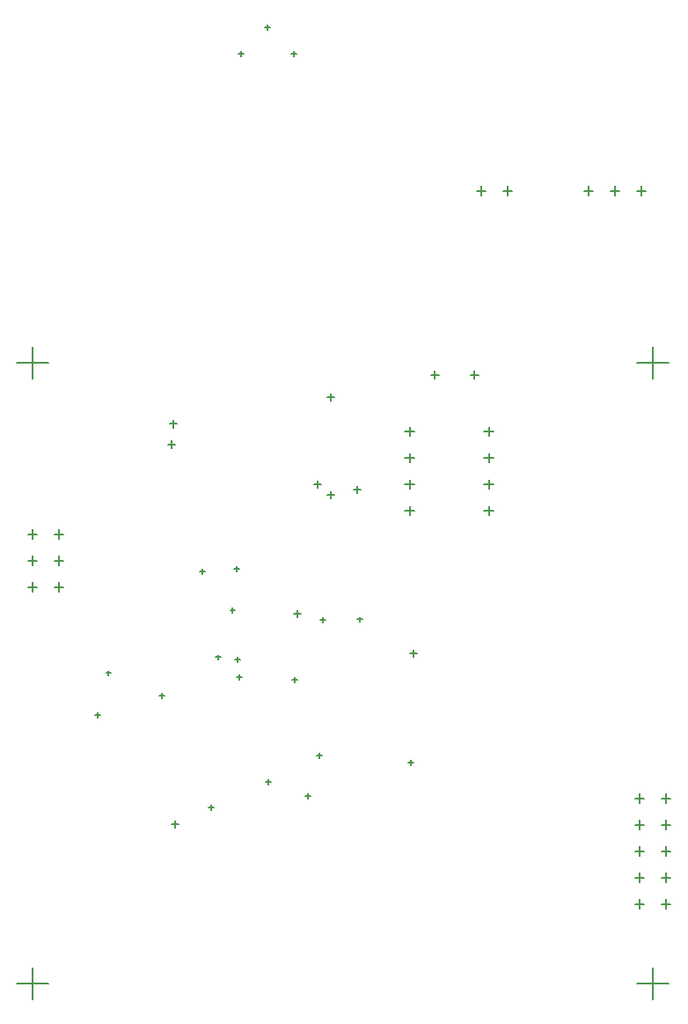
<source format=gbr>
G04 Layer_Color=128*
%FSLAX26Y26*%
%MOIN*%
%TF.FileFunction,Drillmap*%
%TF.Part,Single*%
G01*
G75*
%TA.AperFunction,NonConductor*%
%ADD50C,0.005000*%
D50*
X2288386Y3000000D02*
X2324213D01*
X2306299Y2982087D02*
Y3017913D01*
X2188386Y3000000D02*
X2224213D01*
X2206299Y2982087D02*
Y3017913D01*
X2088386Y3000000D02*
X2124213D01*
X2106299Y2982087D02*
Y3017913D01*
X880000Y3620000D02*
X900000D01*
X890000Y3610000D02*
Y3630000D01*
X980000Y3520000D02*
X1000000D01*
X990000Y3510000D02*
Y3530000D01*
X780000Y3520000D02*
X800000D01*
X790000Y3510000D02*
Y3530000D01*
X1682087Y3000000D02*
X1717913D01*
X1700000Y2982087D02*
Y3017913D01*
X1782087Y3000000D02*
X1817913D01*
X1800000Y2982087D02*
Y3017913D01*
X1711307Y1789457D02*
X1746740D01*
X1729024Y1771740D02*
Y1807173D01*
X1711307Y1889457D02*
X1746740D01*
X1729024Y1871740D02*
Y1907173D01*
X1711307Y1989457D02*
X1746740D01*
X1729024Y1971740D02*
Y2007173D01*
X1711307Y2089457D02*
X1746740D01*
X1729024Y2071740D02*
Y2107173D01*
X1411307Y1789457D02*
X1446740D01*
X1429024Y1771740D02*
Y1807173D01*
X1411307Y1889457D02*
X1446740D01*
X1429024Y1871740D02*
Y1907173D01*
X1411307Y1989457D02*
X1446740D01*
X1429024Y1971740D02*
Y2007173D01*
X1411307Y2089457D02*
X1446740D01*
X1429024Y2071740D02*
Y2107173D01*
X1508622Y2303150D02*
X1538622D01*
X1523622Y2288150D02*
Y2318150D01*
X1658228Y2303150D02*
X1688228D01*
X1673228Y2288150D02*
Y2318150D01*
X2382087Y300000D02*
X2417913D01*
X2400000Y282087D02*
Y317913D01*
X2382087Y400000D02*
X2417913D01*
X2400000Y382087D02*
Y417913D01*
X2382087Y500000D02*
X2417913D01*
X2400000Y482087D02*
Y517913D01*
X2382087Y600000D02*
X2417913D01*
X2400000Y582087D02*
Y617913D01*
X2382087Y700000D02*
X2417913D01*
X2400000Y682087D02*
Y717913D01*
X2282087Y300000D02*
X2317913D01*
X2300000Y282087D02*
Y317913D01*
X2282087Y400000D02*
X2317913D01*
X2300000Y382087D02*
Y417913D01*
X2282087Y500000D02*
X2317913D01*
X2300000Y482087D02*
Y517913D01*
X2282087Y600000D02*
X2317913D01*
X2300000Y582087D02*
Y617913D01*
X2282087Y700000D02*
X2317913D01*
X2300000Y682087D02*
Y717913D01*
X2290945Y2350000D02*
X2409055D01*
X2350000Y2290945D02*
Y2409055D01*
X-59055Y2350000D02*
X59055D01*
X0Y2290945D02*
Y2409055D01*
X2290945Y0D02*
X2409055D01*
X2350000Y-59055D02*
Y59055D01*
X-59055Y0D02*
X59055D01*
X0Y-59055D02*
Y59055D01*
X-17913Y1700000D02*
X17913D01*
X0Y1682087D02*
Y1717913D01*
X-17913Y1600000D02*
X17913D01*
X0Y1582087D02*
Y1617913D01*
X-17913Y1500000D02*
X17913D01*
X0Y1482087D02*
Y1517913D01*
X82087Y1700000D02*
X117913D01*
X100000Y1682087D02*
Y1717913D01*
X82087Y1600000D02*
X117913D01*
X100000Y1582087D02*
Y1617913D01*
X82087Y1500000D02*
X117913D01*
X100000Y1482087D02*
Y1517913D01*
X766158Y1227000D02*
X785842D01*
X776000Y1217158D02*
Y1236842D01*
X989000Y1399000D02*
X1017000D01*
X1003000Y1385000D02*
Y1413000D01*
X512000Y2041000D02*
X540000D01*
X526000Y2027000D02*
Y2055000D01*
X519000Y2118000D02*
X547000D01*
X533000Y2104000D02*
Y2132000D01*
X1229913Y1377756D02*
X1249598D01*
X1239756Y1367913D02*
Y1387598D01*
X1089512Y1377000D02*
X1109197D01*
X1099354Y1367158D02*
Y1386842D01*
X984181Y1149457D02*
X1003866D01*
X994024Y1139614D02*
Y1159299D01*
X1430024Y1249457D02*
X1458024D01*
X1444024Y1235457D02*
Y1263457D01*
X764181Y1569457D02*
X783866D01*
X774024Y1559614D02*
Y1579299D01*
X479181Y1089457D02*
X498866D01*
X489024Y1079614D02*
Y1099299D01*
X634181Y1559457D02*
X653866D01*
X644024Y1549614D02*
Y1569299D01*
X748181Y1412457D02*
X767866D01*
X758024Y1402614D02*
Y1422299D01*
X278181Y1174457D02*
X297866D01*
X288024Y1164614D02*
Y1184299D01*
X524843Y603693D02*
X552843D01*
X538843Y589693D02*
Y617693D01*
X773181Y1159457D02*
X792866D01*
X783024Y1149614D02*
Y1169299D01*
X692181Y1234457D02*
X711866D01*
X702024Y1224614D02*
Y1244299D01*
X236181Y1017457D02*
X255866D01*
X246024Y1007614D02*
Y1027299D01*
X883354Y761307D02*
X903039D01*
X893197Y751465D02*
Y771150D01*
X1423709Y836110D02*
X1443394D01*
X1433551Y826268D02*
Y845953D01*
X1032961Y708158D02*
X1052646D01*
X1042803Y698315D02*
Y718000D01*
X1075284Y863669D02*
X1094968D01*
X1085126Y853827D02*
Y873512D01*
X665835Y665106D02*
X685520D01*
X675677Y655263D02*
Y674948D01*
X1216000Y1870000D02*
X1244000D01*
X1230000Y1856000D02*
Y1884000D01*
X1116000Y2220000D02*
X1144000D01*
X1130000Y2206000D02*
Y2234000D01*
X1116000Y1850000D02*
X1144000D01*
X1130000Y1836000D02*
Y1864000D01*
X1066000Y1890000D02*
X1094000D01*
X1080000Y1876000D02*
Y1904000D01*
%TF.MD5,f79ca44a0e3484e0c2fb7a34df79c748*%
M02*

</source>
